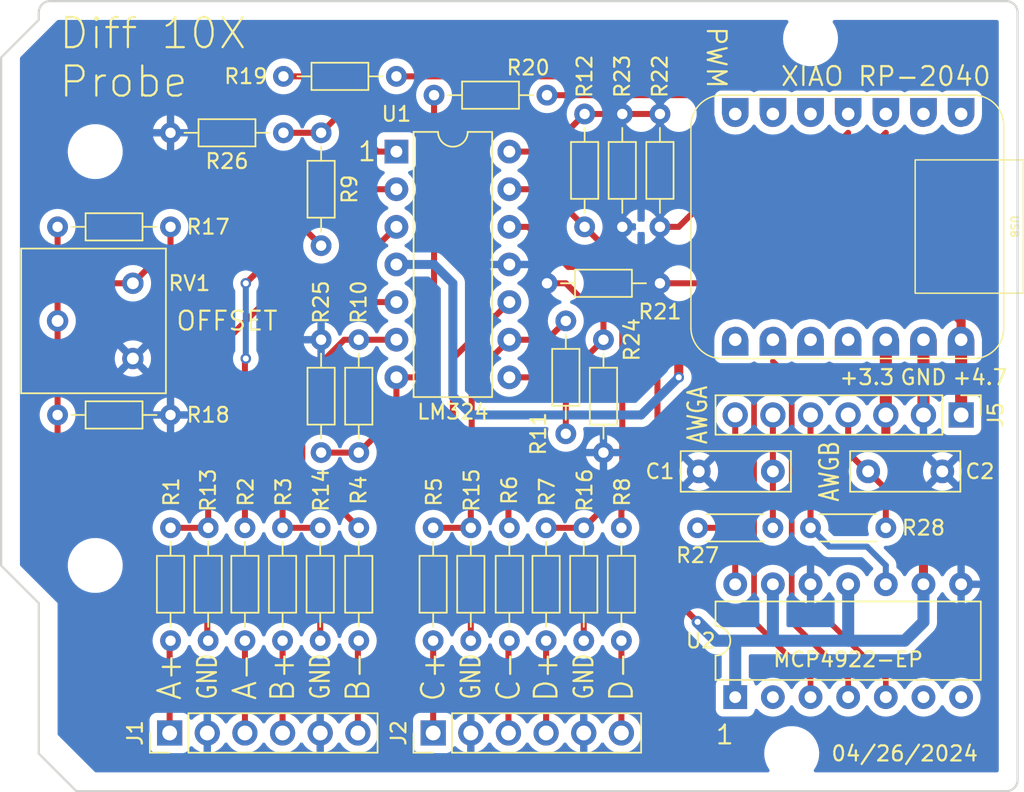
<source format=kicad_pcb>
(kicad_pcb (version 20221018) (generator pcbnew)
  (title_block (date "mar. 31 mars 2015"))
  (layers (0 "F.Cu" signal) (1 "In1.Cu" signal) (2 "In2.Cu" signal) (3 "In3.Cu" signal) (4 "In4.Cu" signal) (31 "B.Cu" signal) (34 "B.Paste" user) (35 "F.Paste" user) (36 "B.SilkS" user "B.Silkscreen") (37 "F.SilkS" user "F.Silkscreen") (38 "B.Mask" user) (39 "F.Mask" user) (44 "Edge.Cuts" user))
  (net 0 "")
  (net 1 "GND")
  (net 2 "Net-(J1-Pin_1)")
  (net 3 "Net-(J1-Pin_3)")
  (net 4 "Net-(J1-Pin_4)")
  (net 5 "Net-(J1-Pin_6)")
  (net 6 "Net-(J2-Pin_1)")
  (net 7 "Net-(J2-Pin_3)")
  (net 8 "Net-(J2-Pin_4)")
  (net 9 "Net-(J2-Pin_6)")
  (net 10 "Net-(U1C-+)")
  (net 11 "Net-(U1C--)")
  (net 12 "Net-(U1D-+)")
  (net 13 "Net-(U1D--)")
  (net 14 "Net-(R19-Pad2)")
  (net 15 "Net-(U1A--)")
  (net 16 "Net-(R10-Pad1)")
  (net 17 "Net-(U1B--)")
  (net 18 "Net-(R11-Pad1)")
  (net 19 "Net-(R12-Pad1)")
  (net 20 "Net-(R13-Pad1)")
  (net 21 "Net-(U1A-+)")
  (net 22 "Net-(U1B-+)")
  (net 26 "3V3")
  (net 27 "A0")
  (net 28 "A1")
  (net 29 "A2")
  (net 30 "MOSI")
  (net 31 "A3")
  (net 32 "RX")
  (net 33 "SCK")
  (net 34 "MISO")
  (net 35 "VBUS")
  (net 36 "Net-(J5-Pin_6)")
  (net 37 "Net-(J5-Pin_4)")
  (net 38 "Net-(J5-Pin_5)")
  (net 39 "Net-(J5-Pin_7)")
  (net 40 "SDA")
  (net 41 "SCL")
  (net 42 "TX")
  (footprint "Resistor_THT:R_Axial_DIN0204_L3.6mm_D1.6mm_P7.62mm_Horizontal" (layer "F.Cu") (at 116.45 82.22 -90)
    (fp_text reference "R2")
    (fp_text value "1Meg")
  )
  (footprint "Resistor_THT:R_Axial_DIN0204_L3.6mm_D1.6mm_P5.08mm_Horizontal" (layer "F.Cu") (at 159.69 82.22 180)
    (fp_text reference "R28")
    (fp_text value "1k")
  )
  (footprint "Resistor_THT:R_Axial_DIN0204_L3.6mm_D1.6mm_P5.08mm_Horizontal" (layer "F.Cu") (at 152.07 82.22 180)
    (fp_text reference "R27")
    (fp_text value "1k")
  )
  (footprint "Resistor_THT:R_Axial_DIN0204_L3.6mm_D1.6mm_P7.62mm_Horizontal" (layer "F.Cu") (at 129.15 82.22 -90)
    (fp_text reference "R5")
    (fp_text value "1Meg")
  )
  (footprint "Package_DIP:DIP-14_W7.62mm" (layer "F.Cu") (at 126.67 56.82)
    (fp_text reference "U1")
    (fp_text value "LM324")
  )
  (footprint "Capacitor_THT:C_Rect_L7.2mm_W2.5mm_P5.00mm_FKS2_FKP2_MKS2_MKP2" (layer "F.Cu") (at 152.07 78.41 180)
    (fp_text reference "C1")
    (fp_text value "C")
  )
  (footprint "Resistor_THT:R_Axial_DIN0204_L3.6mm_D1.6mm_P7.62mm_Horizontal" (layer "F.Cu") (at 121.59 55.55 -90)
    (fp_text reference "R9")
    (fp_text value "100k")
  )
  (footprint "Arduino_MountingHole:MountingHole_3.2mm" (layer "F.Cu") (at 106.35 84.76 180)
    (fp_text reference "MH3" hide)
    (fp_text value "MountingHole_3.2mm" hide)
  )
  (footprint "Resistor_THT:R_Axial_DIN0204_L3.6mm_D1.6mm_P7.62mm_Horizontal" (layer "F.Cu") (at 111.43 61.9 180)
    (fp_text reference "R17")
    (fp_text value "100")
  )
  (footprint "Resistor_THT:R_Axial_DIN0204_L3.6mm_D1.6mm_P7.62mm_Horizontal" (layer "F.Cu") (at 118.99 82.22 -90)
    (fp_text reference "R3")
    (fp_text value "1Meg")
  )
  (footprint "Resistor_THT:R_Axial_DIN0204_L3.6mm_D1.6mm_P7.62mm_Horizontal" (layer "F.Cu") (at 136.77 82.22 -90)
    (fp_text reference "R7")
    (fp_text value "1Meg")
  )
  (footprint "Resistor_THT:R_Axial_DIN0204_L3.6mm_D1.6mm_P7.62mm_Horizontal" (layer "F.Cu") (at 144.45 65.71 180)
    (fp_text reference "R21")
    (fp_text value "220")
  )
  (footprint "Connector_PinHeader_2.54mm:PinHeader_1x06_P2.54mm_Vertical" (layer "F.Cu") (at 111.37 96.07 90)
    (fp_text reference "J1")
    (fp_text value "Conn_01x06_Pin")
  )
  (footprint "Resistor_THT:R_Axial_DIN0204_L3.6mm_D1.6mm_P7.62mm_Horizontal" (layer "F.Cu") (at 103.81 74.6)
    (fp_text reference "R18")
    (fp_text value "100")
  )
  (footprint "Capacitor_THT:C_Rect_L7.2mm_W2.5mm_P5.00mm_FKS2_FKP2_MKS2_MKP2" (layer "F.Cu") (at 158.5 78.41)
    (fp_text reference "C2")
    (fp_text value "C")
  )
  (footprint "Resistor_THT:R_Axial_DIN0204_L3.6mm_D1.6mm_P7.62mm_Horizontal" (layer "F.Cu") (at 113.97 89.84 90)
    (fp_text reference "R13")
    (fp_text value "100k")
  )
  (footprint "Resistor_THT:R_Axial_DIN0204_L3.6mm_D1.6mm_P7.62mm_Horizontal" (layer "F.Cu") (at 131.69 89.84 90)
    (fp_text reference "R15")
    (fp_text value "100k")
  )
  (footprint "Resistor_THT:R_Axial_DIN0204_L3.6mm_D1.6mm_P7.62mm_Horizontal" (layer "F.Cu") (at 124.13 77.14 90)
    (fp_text reference "R10")
    (fp_text value "100k")
  )
  (footprint "Resistor_THT:R_Axial_DIN0204_L3.6mm_D1.6mm_P7.62mm_Horizontal" (layer "F.Cu") (at 138.1 75.87 90)
    (fp_text reference "R11")
    (fp_text value "100k")
  )
  (footprint "Resistor_THT:R_Axial_DIN0204_L3.6mm_D1.6mm_P7.62mm_Horizontal" (layer "F.Cu") (at 136.83 53.01 180)
    (fp_text reference "R20")
    (fp_text value "220")
  )
  (footprint "Resistor_THT:R_Axial_DIN0204_L3.6mm_D1.6mm_P7.62mm_Horizontal" (layer "F.Cu") (at 119.05 55.55 180)
    (fp_text reference "R26")
    (fp_text value "510")
  )
  (footprint "Connector_PinHeader_2.54mm:PinHeader_1x06_P2.54mm_Vertical" (layer "F.Cu") (at 129.15 96.07 90)
    (fp_text reference "J2")
    (fp_text value "Conn_01x06_Pin")
  )
  (footprint "Resistor_THT:R_Axial_DIN0204_L3.6mm_D1.6mm_P7.62mm_Horizontal" (layer "F.Cu") (at 124.13 82.22 -90)
    (fp_text reference "R4")
    (fp_text value "1Meg")
  )
  (footprint "Resistor_THT:R_Axial_DIN0204_L3.6mm_D1.6mm_P7.62mm_Horizontal" (layer "F.Cu") (at 121.53 89.84 90)
    (fp_text reference "R14")
    (fp_text value "100k")
  )
  (footprint "Resistor_THT:R_Axial_DIN0204_L3.6mm_D1.6mm_P7.62mm_Horizontal" (layer "F.Cu") (at 144.45 61.9 90)
    (fp_text reference "R22")
    (fp_text value "220")
  )
  (footprint "Arduino_MountingHole:MountingHole_3.2mm" (layer "F.Cu") (at 154.61 49.2 180)
    (fp_text reference "MH2" hide)
    (fp_text value "MountingHole_3.2mm" hide)
  )
  (footprint "Resistor_THT:R_Axial_DIN0204_L3.6mm_D1.6mm_P7.62mm_Horizontal" (layer "F.Cu") (at 126.67 51.74 180)
    (fp_text reference "R19")
    (fp_text value "220")
  )
  (footprint "Resistor_THT:R_Axial_DIN0204_L3.6mm_D1.6mm_P7.62mm_Horizontal" (layer "F.Cu") (at 139.31 89.84 90)
    (fp_text reference "R16")
    (fp_text value "100k")
  )
  (footprint "Package_DIP:DIP-14_W7.62mm" (layer "F.Cu") (at 149.53 93.65 90)
    (fp_text reference "U2")
    (fp_text value "MCP4922-EP")
  )
  (footprint "Resistor_THT:R_Axial_DIN0204_L3.6mm_D1.6mm_P7.62mm_Horizontal" (layer "F.Cu") (at 141.85 82.22 -90)
    (fp_text reference "R8")
    (fp_text value "1Meg")
  )
  (footprint "Resistor_THT:R_Axial_DIN0204_L3.6mm_D1.6mm_P7.62mm_Horizontal" (layer "F.Cu") (at 140.64 69.52 -90)
    (fp_text reference "R24")
    (fp_text value "510")
  )
  (footprint "Resistor_THT:R_Axial_DIN0204_L3.6mm_D1.6mm_P7.62mm_Horizontal" (layer "F.Cu") (at 134.29 82.22 -90)
    (fp_text reference "R6")
    (fp_text value "1Meg")
  )
  (footprint "Connector_PinHeader_2.54mm:PinHeader_1x07_P2.54mm_Vertical" (layer "F.Cu") (at 164.77 74.6 -90)
    (fp_text reference "J5")
    (fp_text value "Conn_01x07_Pin")
  )
  (footprint "XIAO RP2040 v1.22:H7-HALF-HOLE-2.54" (layer "F.Cu") (at 157.15 69.52 90)
    (fp_text reference "J4" hide)
    (fp_text value "DNP" hide)
  )
  (footprint "Resistor_THT:R_Axial_DIN0204_L3.6mm_D1.6mm_P7.62mm_Horizontal" (layer "F.Cu") (at 111.43 82.22 -90)
    (fp_text reference "R1")
    (fp_text value "1Meg")
  )
  (footprint "Arduino_MountingHole:MountingHole_3.2mm" (layer "F.Cu") (at 106.35 56.82 180)
    (fp_text reference "MH4" hide)
    (fp_text value "MountingHole_3.2mm" hide)
  )
  (footprint "Resistor_THT:R_Axial_DIN0204_L3.6mm_D1.6mm_P7.62mm_Horizontal" (layer "F.Cu") (at 139.37 54.28 -90)
    (fp_text reference "R12")
    (fp_text value "100k")
  )
  (footprint "Potentiometer_THT:Potentiometer_Bourns_3386F_Vertical" (layer "F.Cu") (at 108.89 65.71 180)
    (fp_text reference "RV1")
    (fp_text value "500")
  )
  (footprint "Resistor_THT:R_Axial_DIN0204_L3.6mm_D1.6mm_P7.62mm_Horizontal" (layer "F.Cu") (at 141.91 54.28 -90)
    (fp_text reference "R23")
    (fp_text value "510")
  )
  (footprint "Arduino_MountingHole:MountingHole_3.2mm" (layer "F.Cu") (at 153.34 97.46 180)
    (fp_text reference "MH1" hide)
    (fp_text value "MountingHole_3.2mm" hide)
  )
  (footprint "XIAO RP2040 v1.22:H7-HALF-HOLE-2.54" (layer "F.Cu") (at 157.15 54.28 -90)
    (fp_text reference "J2" hide)
    (fp_text value "DNP" hide)
  )
  (footprint "Resistor_THT:R_Axial_DIN0204_L3.6mm_D1.6mm_P7.62mm_Horizontal" (layer "F.Cu") (at 121.59 77.14 90)
    (fp_text reference "R25")
    (fp_text value "510")
  )
  (gr_arc (start 167.642 68.758) (mid 167.046841 70.19484) (end 165.61 70.79) (stroke (width 0.1016)) (layer "F.SilkS"))
  (gr_arc (start 146.5404 55.042) (mid 147.186359 53.584117) (end 148.674 53.01) (stroke (width 0.1016)) (layer "F.SilkS"))
  (gr_line (start 165.61 53.01) (end 148.674 53.01) (stroke (width 0.1016)) (layer "F.SilkS"))
  (gr_arc (start 165.61 53.01) (mid 167.04684 53.605159) (end 167.642 55.042) (stroke (width 0.1016)) (layer "F.SilkS"))
  (gr_line (start 148.674 70.79) (end 165.61 70.79) (stroke (width 0.1016)) (layer "F.SilkS"))
  (gr_rect (start 161.67 57.38) (end 168.97 66.38) (stroke (width 0.1)) (fill none) (layer "F.SilkS"))
  (gr_line (start 146.5404 55.042) (end 146.5404 68.758) (stroke (width 0.1016)) (layer "F.SilkS"))
  (gr_line (start 167.642 68.758) (end 167.642 55.042) (stroke (width 0.1016)) (layer "F.SilkS"))
  (gr_arc (start 148.674 70.79) (mid 147.186359 70.215883) (end 146.5404 68.758) (stroke (width 0.1016)) (layer "F.SilkS"))
  (gr_line (start 167.818 100) (end 105.08 100) (stroke (width 0.15)) (layer "Edge.Cuts"))
  (gr_arc (start 168.58 99.238) (mid 168.356815 99.776815) (end 167.818 100) (stroke (width 0.15)) (layer "Edge.Cuts"))
  (gr_line (start 102.54 47.93) (end 102.54 47.422) (stroke (width 0.15)) (layer "Edge.Cuts"))
  (gr_line (start 102.54 87.3) (end 100 84.76) (stroke (width 0.15)) (layer "Edge.Cuts"))
  (gr_line (start 102.54 97.46) (end 102.54 87.3) (stroke (width 0.15)) (layer "Edge.Cuts"))
  (gr_arc (start 102.54 47.422) (mid 102.763185 46.883185) (end 103.302 46.66) (stroke (width 0.15)) (layer "Edge.Cuts"))
  (gr_arc (start 167.818 46.66) (mid 168.356815 46.883185) (end 168.58 47.422) (stroke (width 0.15)) (layer "Edge.Cuts"))
  (gr_line (start 103.302 46.66) (end 167.818 46.66) (stroke (width 0.15)) (layer "Edge.Cuts"))
  (gr_line (start 100 50.47) (end 102.54 47.93) (stroke (width 0.15)) (layer "Edge.Cuts"))
  (gr_line (start 100 84.76) (end 100 50.47) (stroke (width 0.15)) (layer "Edge.Cuts"))
  (gr_line (start 168.58 47.422) (end 168.58 99.238) (stroke (width 0.15)) (layer "Edge.Cuts"))
  (gr_line (start 105.08 100) (end 102.54 97.46) (stroke (width 0.15)) (layer "Edge.Cuts"))
  (gr_text "C-" (at 134.23 92.26 90) (layer "F.SilkS") (effects (font (size 1.524 1.524) (thickness 0.1524))))
  (gr_text "Diff 10X \nProbe" (at 103.81 50.47) (layer "F.SilkS") (effects (font (size 2.032 2.032) (thickness 0.1524)) (justify left)))
  (gr_text "D+" (at 136.77 92.26 90) (layer "F.SilkS") (effects (font (size 1.524 1.524) (thickness 0.1524))))
  (gr_text "GND" (at 113.91 92.26 90) (layer "F.SilkS") (effects (font (size 1.27 1.016) (thickness 0.1524))))
  (gr_text "A-" (at 116.45 92.26 90) (layer "F.SilkS") (effects (font (size 1.524 1.524) (thickness 0.1524))))
  (gr_text "B+" (at 118.99 92.26 90) (layer "F.SilkS") (effects (font (size 1.524 1.524) (thickness 0.1524))))
  (gr_text "A+" (at 111.37 92.26 90) (layer "F.SilkS") (effects (font (size 1.524 1.524) (thickness 0.1524))))
  (gr_text "XIAO RP-2040" (at 159.69 51.74) (layer "F.SilkS") (effects (font (size 1.27 1.27) (thickness 0.1524))))
  (gr_text "B-" (at 124.07 92.26 90) (layer "F.SilkS") (effects (font (size 1.524 1.524) (thickness 0.1524))))
  (gr_text "C+" (at 129.15 92.26 90) (layer "F.SilkS") (effects (font (size 1.524 1.524) (thickness 0.1524))))
  (gr_text "D-" (at 141.85 92.26 90) (layer "F.SilkS") (effects (font (size 1.524 1.524) (thickness 0.1524))))
  (gr_text "1" (at 149.53 96.19) (layer "F.SilkS") (effects (font (size 1.27 1.27) (thickness 0.1524)) (justify right)))
  (gr_text "AWGB" (at 155.88 78.41 90) (layer "F.SilkS") (effects (font (size 1.27 1.016) (thickness 0.1524))))
  (gr_text "1" (at 125.4 56.82) (layer "F.SilkS") (effects (font (size 1.27 1.27) (thickness 0.1524)) (justify right)))
  (gr_text "+4.7" (at 166.04 72.06) (layer "F.SilkS") (effects (font (size 1.016 1.016) (thickness 0.1524))))
  (gr_text "GND" (at 162.23 72.06) (layer "F.SilkS") (effects (font (size 1.016 1.016) (thickness 0.1524))))
  (gr_text "04/26/2024" (at 160.96 97.46) (layer "F.SilkS") (effects (font (size 1.016 1.016) (thickness 0.1524))))
  (gr_text "PWM" (at 148.26 50.47 -90) (layer "F.SilkS") (effects (font (size 1.27 1.27) (thickness 0.1524))))
  (gr_text "GND" (at 131.69 92.26 90) (layer "F.SilkS") (effects (font (size 1.27 1.016) (thickness 0.1524))))
  (gr_text "+3.3" (at 158.42 72.06) (layer "F.SilkS") (effects (font (size 1.016 1.016) (thickness 0.1524))))
  (gr_text "OFFSET" (at 115.24 68.25) (layer "F.SilkS") (effects (font (size 1.27 1.27) (thickness 0.1524))))
  (gr_text "AWGA" (at 146.99 74.6 90) (layer "F.SilkS") (effects (font (size 1.27 1.016) (thickness 0.1524))))
  (gr_text "USB" (at 168.37 61.88 270) (layer "F.SilkS") (effects (font (size 0.5 0.5) (thickness 0.1))))
  (gr_text "GND" (at 121.53 92.26 90) (layer "F.SilkS") (effects (font (size 1.27 1.016) (thickness 0.1524))))
  (gr_text "GND" (at 139.31 92.26 90) (layer "F.SilkS") (effects (font (size 1.27 1.016) (thickness 0.1524))))
  (segment (start 162.23 70.44456) (end 162.23 74.6) (width 0.8128) (layer "F.Cu") (net 1))
  (segment (start 111.37 89.9) (end 111.37 96.07) (width 0.4064) (layer "F.Cu") (net 2))
  (segment (start 111.43 89.84) (end 111.37 89.9) (width 0.4064) (layer "F.Cu") (net 2))
  (segment (start 116.45 89.84) (end 116.45 96.07) (width 0.4064) (layer "F.Cu") (net 3))
  (segment (start 118.99 89.84) (end 118.99 96.07) (width 0.4064) (layer "F.Cu") (net 4))
  (segment (start 124.13 89.84) (end 124.07 89.9) (width 0.4064) (layer "F.Cu") (net 5))
  (segment (start 124.07 89.9) (end 124.07 96.07) (width 0.4064) (layer "F.Cu") (net 5))
  (segment (start 129.15 89.84) (end 129.15 96.07) (width 0.4064) (layer "F.Cu") (net 6))
  (segment (start 134.23 89.9) (end 134.23 96.07) (width 0.4064) (layer "F.Cu") (net 7))
  (segment (start 134.29 89.84) (end 134.23 89.9) (width 0.4064) (layer "F.Cu") (net 7))
  (segment (start 136.77 89.84) (end 136.77 96.07) (width 0.4064) (layer "F.Cu") (net 8))
  (segment (start 141.85 89.84) (end 141.85 96.07) (width 0.4064) (layer "F.Cu") (net 9))
  (segment (start 130.48 70.79) (end 134.29 66.98) (width 0.4064) (layer "F.Cu") (net 10))
  (segment (start 130.48 77.14) (end 130.48 70.79) (width 0.4064) (layer "F.Cu") (net 10))
  (segment (start 131.69 78.35) (end 130.48 77.14) (width 0.4064) (layer "F.Cu") (net 10))
  (segment (start 129.15 82.22) (end 131.69 82.22) (width 0.4064) (layer "F.Cu") (net 10))
  (segment (start 131.69 82.22) (end 131.69 78.35) (width 0.4064) (layer "F.Cu") (net 10))
  (segment (start 134.29 69.52) (end 131.75 72.06) (width 0.4064) (layer "F.Cu") (net 11))
  (segment (start 136.83 69.52) (end 134.29 69.52) (width 0.4064) (layer "F.Cu") (net 11))
  (segment (start 138.1 68.25) (end 136.83 69.52) (width 0.4064) (layer "F.Cu") (net 11))
  (segment (start 134.23 78.35) (end 134.23 82.16) (width 0.4064) (layer "F.Cu") (net 11))
  (segment (start 134.23 82.16) (end 134.29 82.22) (width 0.4064) (layer "F.Cu") (net 11))
  (segment (start 131.75 72.06) (end 131.75 75.87) (width 0.4064) (layer "F.Cu") (net 11))
  (segment (start 131.75 75.87) (end 134.23 78.35) (width 0.4064) (layer "F.Cu") (net 11))
  (segment (start 141.91 79.68) (end 141.91 66.122421) (width 0.4064) (layer "F.Cu") (net 12))
  (segment (start 141.85 79.68) (end 141.91 79.68) (width 0.4064) (layer "F.Cu") (net 12))
  (segment (start 136.77 82.22) (end 139.31 82.22) (width 0.4064) (layer "F.Cu") (net 12))
  (segment (start 135.56 61.9) (end 134.29 61.9) (width 0.4064) (layer "F.Cu") (net 12))
  (segment (start 139.31 82.22) (end 141.85 79.68) (width 0.4064) (layer "F.Cu") (net 12))
  (segment (start 138.2668 64.6068) (end 135.56 61.9) (width 0.4064) (layer "F.Cu") (net 12))
  (segment (start 140.394379 64.6068) (end 138.2668 64.6068) (width 0.4064) (layer "F.Cu") (net 12))
  (segment (start 141.91 66.122421) (end 140.394379 64.6068) (width 0.4064) (layer "F.Cu") (net 12))
  (segment (start 143.3468 68.25) (end 143.3468 65.8768) (width 0.4064) (layer "F.Cu") (net 13))
  (segment (start 136.83 59.36) (end 134.29 59.36) (width 0.4064) (layer "F.Cu") (net 13))
  (segment (start 144.2832 69.1864) (end 143.3468 68.25) (width 0.4064) (layer "F.Cu") (net 13))
  (segment (start 141.85 81.01) (end 144.2832 78.5768) (width 0.4064) (layer "F.Cu") (net 13))
  (segment (start 141.85 82.22) (end 141.85 81.01) (width 0.4064) (layer "F.Cu") (net 13))
  (segment (start 143.3468 65.8768) (end 136.83 59.36) (width 0.4064) (layer "F.Cu") (net 13))
  (segment (start 144.2832 78.5768) (end 144.2832 69.1864) (width 0.4064) (layer "F.Cu") (net 13))
  (segment (start 125.4 56.82) (end 122.86 54.28) (width 0.4064) (layer "F.Cu") (net 14))
  (segment (start 119.05 55.55) (end 121.59 55.55) (width 0.4064) (layer "F.Cu") (net 14))
  (segment (start 122.86 54.28) (end 120.32 51.74) (width 0.4064) (layer "F.Cu") (net 14))
  (segment (start 120.32 51.74) (end 119.05 51.74) (width 0.4064) (layer "F.Cu") (net 14))
  (segment (start 121.59 55.55) (end 122.86 54.28) (width 0.4064) (layer "F.Cu") (net 14))
  (segment (start 126.67 56.82) (end 125.4 56.82) (width 0.4064) (layer "F.Cu") (net 14))
  (segment (start 120.32 61.9) (end 116.51 65.71) (width 0.4064) (layer "F.Cu") (net 15))
  (segment (start 126.67 59.36) (end 122.86 59.36) (width 0.4064) (layer "F.Cu") (net 15))
  (segment (start 116.45 82.22) (end 116.45 70.85) (width 0.4064) (layer "F.Cu") (net 15))
  (segment (start 116.45 70.85) (end 116.51 70.79) (width 0.4064) (layer "F.Cu") (net 15))
  (segment (start 122.86 59.36) (end 120.32 61.9) (width 0.4064) (layer "F.Cu") (net 15))
  (segment (start 121.59 63.17) (end 120.32 61.9) (width 0.4064) (layer "F.Cu") (net 15))
  (via (at 116.51 70.79) (size 0.7112) (drill 0.4064) (layers "F.Cu" "B.Cu") (net 15))
  (via (at 116.51 65.71) (size 0.7112) (drill 0.4064) (layers "F.Cu" "B.Cu") (net 15))
  (segment (start 116.51 70.79) (end 116.51 65.71) (width 0.4064) (layer "B.Cu") (net 15))
  (segment (start 129.21 53.01) (end 129.21 70.79) (width 0.4064) (layer "F.Cu") (net 16))
  (segment (start 129.21 70.79) (end 127.94 72.06) (width 0.4064) (layer "F.Cu") (net 16))
  (segment (start 126.67 74.6) (end 126.67 72.06) (width 0.4064) (layer "F.Cu") (net 16))
  (segment (start 121.59 77.14) (end 124.13 77.14) (width 0.4064) (layer "F.Cu") (net 16))
  (segment (start 127.94 72.06) (end 126.67 72.06) (width 0.4064) (layer "F.Cu") (net 16))
  (segment (start 124.13 77.14) (end 126.67 74.6) (width 0.4064) (layer "F.Cu") (net 16))
  (segment (start 120.32 72.350161) (end 120.32 78.41) (width 0.4064) (layer "F.Cu") (net 17))
  (segment (start 120.32 78.41) (end 124.13 82.22) (width 0.4064) (layer "F.Cu") (net 17))
  (segment (start 123.150161 69.52) (end 120.32 72.350161) (width 0.4064) (layer "F.Cu") (net 17))
  (segment (start 126.67 69.52) (end 123.150161 69.52) (width 0.4064) (layer "F.Cu") (net 17))
  (segment (start 140.64 68.25) (end 140.64 69.52) (width 0.4064) (layer "F.Cu") (net 18))
  (segment (start 134.29 72.06) (end 138.1 72.06) (width 0.4064) (layer "F.Cu") (net 18))
  (segment (start 138.1 65.71) (end 140.64 68.25) (width 0.4064) (layer "F.Cu") (net 18))
  (segment (start 136.83 65.71) (end 138.1 65.71) (width 0.4064) (layer "F.Cu") (net 18))
  (segment (start 138.1 72.06) (end 138.1 75.87) (width 0.4064) (layer "F.Cu") (net 18))
  (segment (start 140.64 69.52) (end 138.1 72.06) (width 0.4064) (layer "F.Cu") (net 18))
  (segment (start 134.29 56.82) (end 136.83 56.82) (width 0.4064) (layer "F.Cu") (net 19))
  (segment (start 139.37 54.28) (end 144.45 54.28) (width 0.4064) (layer "F.Cu") (net 19))
  (segment (start 136.83 56.82) (end 139.37 54.28) (width 0.4064) (layer "F.Cu") (net 19))
  (segment (start 110.16 87.3) (end 113.91 87.3) (width 0.4064) (layer "F.Cu") (net 20))
  (segment (start 113.91 87.3) (end 121.53 87.3) (width 0.4064) (layer "F.Cu") (net 20))
  (segment (start 131.69 87.3) (end 121.53 87.3) (width 0.4064) (layer "F.Cu") (net 20))
  (segment (start 121.53 87.3) (end 121.53 89.84) (width 0.4064) (layer "F.Cu") (net 20))
  (segment (start 131.69 87.36) (end 131.69 89.84) (width 0.4064) (layer "F.Cu") (net 20))
  (segment (start 103.81 86.03) (end 106.35 88.57) (width 0.4064) (layer "F.Cu") (net 20))
  (segment (start 108.89 88.57) (end 110.16 87.3) (width 0.4064) (layer "F.Cu") (net 20))
  (segment (start 103.81 61.9) (end 103.81 68.25) (width 0.4064) (layer "F.Cu") (net 20))
  (segment (start 139.37 87.3) (end 131.75 87.3) (width 0.4064) (layer "F.Cu") (net 20))
  (segment (start 103.81 68.25) (end 103.81 86.03) (width 0.4064) (layer "F.Cu") (net 20))
  (segment (start 139.31 87.36) (end 139.37 87.3) (width 0.4064) (layer "F.Cu") (net 20))
  (segment (start 131.75 87.3) (end 131.69 87.36) (width 0.4064) (layer "F.Cu") (net 20))
  (segment (start 106.35 88.57) (end 108.89 88.57) (width 0.4064) (layer "F.Cu") (net 20))
  (segment (start 113.97 89.84) (end 113.91 89.78) (width 0.4064) (layer "F.Cu") (net 20))
  (segment (start 139.31 89.84) (end 139.31 87.36) (width 0.4064) (layer "F.Cu") (net 20))
  (segment (start 113.91 89.78) (end 113.91 87.3) (width 0.4064) (layer "F.Cu") (net 20))
  (segment (start 111.43 82.22) (end 113.97 82.22) (width 0.4064) (layer "F.Cu") (net 21))
  (segment (start 119.05 65.71) (end 122.86 65.71) (width 0.4064) (layer "F.Cu") (net 21))
  (segment (start 113.97 82.22) (end 113.97 70.79) (width 0.4064) (layer "F.Cu") (net 21))
  (segment (start 113.97 70.79) (end 119.05 65.71) (width 0.4064) (layer "F.Cu") (net 21))
  (segment (start 122.86 65.71) (end 126.67 61.9) (width 0.4064) (layer "F.Cu") (net 21))
  (segment (start 121.53 82.22) (end 118.99 82.22) (width 0.4064) (layer "F.Cu") (net 22))
  (segment (start 121.880161 66.98) (end 118.99 69.870161) (width 0.4064) (layer "F.Cu") (net 22))
  (segment (start 126.67 66.98) (end 121.880161 66.98) (width 0.4064) (layer "F.Cu") (net 22))
  (segment (start 118.99 69.870161) (end 118.99 82.22) (width 0.4064) (layer "F.Cu") (net 22))
  (segment (start 143.18 84.76) (end 110.16 84.76) (width 0.4064) (layer "F.Cu") (net 26))
  (segment (start 110.16 84.76) (end 107.62 82.22) (width 0.4064) (layer "F.Cu") (net 26))
  (segment (start 107.62 82.22) (end 107.62 73.33) (width 0.4064) (layer "F.Cu") (net 26))
  (segment (start 159.69 74.6) (end 159.69 77.14) (width 0.6096) (layer "F.Cu") (net 26))
  (segment (start 159.69 74.6) (end 159.69 70.44456) (width 0.8128) (layer "F.Cu") (net 26))
  (segment (start 106.35 66.98) (end 107.62 65.71) (width 0.4064) (layer "F.Cu") (net 26))
  (segment (start 159.69 77.14) (end 162.23 79.68) (width 0.6096) (layer "F.Cu") (net 26))
  (segment (start 162.23 79.68) (end 162.23 86.03) (width 0.6096) (layer "F.Cu") (net 26))
  (segment (start 111.43 61.9) (end 111.43 63.17) (width 0.4064) (layer "F.Cu") (net 26))
  (segment (start 111.43 63.17) (end 108.89 65.71) (width 0.4064) (layer "F.Cu") (net 26))
  (segment (start 107.62 65.71) (end 108.89 65.71) (width 0.4064) (layer "F.Cu") (net 26))
  (segment (start 146.99 88.57) (end 143.18 84.76) (width 0.4064) (layer "F.Cu") (net 26))
  (segment (start 106.35 72.06) (end 106.35 66.98) (width 0.4064) (layer "F.Cu") (net 26))
  (segment (start 107.62 73.33) (end 106.35 72.06) (width 0.4064) (layer "F.Cu") (net 26))
  (via (at 146.99 88.57) (size 0.7112) (drill 0.4064) (layers "F.Cu" "B.Cu") (net 26))
  (segment (start 157.15 89.84) (end 157.15 86.03) (width 0.8128) (layer "B.Cu") (net 26))
  (segment (start 157.15 89.84) (end 160.96 89.84) (width 0.8128) (layer "B.Cu") (net 26))
  (segment (start 160.96 89.84) (end 162.23 88.57) (width 0.8128) (layer "B.Cu") (net 26))
  (segment (start 146.99 88.57) (end 148.26 89.84) (width 0.8128) (layer "B.Cu") (net 26))
  (segment (start 149.53 93.65) (end 149.53 89.84) (width 0.8128) (layer "B.Cu") (net 26))
  (segment (start 162.23 88.57) (end 162.23 86.03) (width 0.8128) (layer "B.Cu") (net 26))
  (segment (start 152.07 89.84) (end 149.53 89.84) (width 0.8128) (layer "B.Cu") (net 26))
  (segment (start 152.07 86.03) (end 152.07 89.84) (width 0.8128) (layer "B.Cu") (net 26))
  (segment (start 152.07 89.84) (end 157.15 89.84) (width 0.8128) (layer "B.Cu") (net 26))
  (segment (start 148.26 89.84) (end 149.53 89.84) (width 0.8128) (layer "B.Cu") (net 26))
  (segment (start 126.67 51.74) (end 146.99 51.74) (width 0.4064) (layer "F.Cu") (net 27))
  (segment (start 136.83 53.01) (end 146.99 53.01) (width 0.4064) (layer "F.Cu") (net 28))
  (segment (start 149.53 65.71) (end 159.69 55.55) (width 0.4064) (layer "F.Cu") (net 29))
  (segment (start 144.45 65.71) (end 149.53 65.71) (width 0.4064) (layer "F.Cu") (net 29))
  (segment (start 159.69 92.38) (end 159.69 93.65) (width 0.381) (layer "F.Cu") (net 30))
  (segment (start 155.88 88.57) (end 159.69 92.38) (width 0.381) (layer "F.Cu") (net 30))
  (segment (start 153.34 59.36) (end 157.15 55.55) (width 0.4064) (layer "F.Cu") (net 31))
  (segment (start 145.72 61.9) (end 148.26 59.36) (width 0.4064) (layer "F.Cu") (net 31))
  (segment (start 144.45 61.9) (end 145.72 61.9) (width 0.4064) (layer "F.Cu") (net 31))
  (segment (start 148.26 59.36) (end 153.34 59.36) (width 0.4064) (layer "F.Cu") (net 31))
  (segment (start 150.8 88.57) (end 154.61 92.38) (width 0.381) (layer "F.Cu") (net 32))
  (segment (start 154.61 92.38) (end 154.61 93.65) (width 0.381) (layer "F.Cu") (net 32))
  (segment (start 150.8 88.57) (end 150.8 72.06) (width 0.381) (layer "F.Cu") (net 32))
  (segment (start 153.34 88.57) (end 153.34 72.252734) (width 0.381) (layer "F.Cu") (net 33))
  (segment (start 157.15 92.38) (end 153.34 88.57) (width 0.381) (layer "F.Cu") (net 33))
  (segment (start 157.15 93.65) (end 157.15 92.38) (width 0.381) (layer "F.Cu") (net 33))
  (segment (start 153.34 72.252734) (end 152.07 70.982734) (width 0.381) (layer "F.Cu") (net 33))
  (segment (start 164.77 74.6) (end 164.77 70.44456) (width 0.8128) (layer "F.Cu") (net 35))
  (segment (start 145.72 72.06) (end 145.72 70.79) (width 0.6096) (layer "F.Cu") (net 35))
  (segment (start 163.5 66.98) (end 164.77 68.25) (width 0.6096) (layer "F.Cu") (net 35))
  (segment (start 164.77 68.25) (end 164.77 70.44456) (width 0.6096) (layer "F.Cu") (net 35))
  (segment (start 145.72 70.79) (end 149.53 66.98) (width 0.6096) (layer "F.Cu") (net 35))
  (segment (start 149.53 66.98) (end 163.5 66.98) (width 0.6096) (layer "F.Cu") (net 35))
  (via (at 145.72 72.06) (size 0.7112) (drill 0.4064) (layers "F.Cu" "B.Cu") (net 35))
  (segment (start 130.48 73.33) (end 131.75 74.6) (width 0.6096) (layer "B.Cu") (net 35))
  (segment (start 143.18 74.6) (end 145.72 72.06) (width 0.6096) (layer "B.Cu") (net 35))
  (segment (start 129.21 64.44) (end 130.48 65.71) (width 0.6096) (layer "B.Cu") (net 35))
  (segment (start 131.75 74.6) (end 143.18 74.6) (width 0.6096) (layer "B.Cu") (net 35))
  (segment (start 130.48 65.71) (end 130.48 73.33) (width 0.6096) (layer "B.Cu") (net 35))
  (segment (start 126.67 64.44) (end 129.21 64.44) (width 0.6096) (layer "B.Cu") (net 35))
  (segment (start 152.07 74.6) (end 152.07 78.41) (width 0.4064) (layer "F.Cu") (net 36))
  (segment (start 152.07 82.22) (end 152.07 78.41) (width 0.4064) (layer "F.Cu") (net 36))
  (segment (start 158.42 78.41) (end 158.5 78.41) (width 0.4064) (layer "F.Cu") (net 37))
  (segment (start 158.5 78.41) (end 159.69 79.6) (width 0.4064) (layer "F.Cu") (net 37))
  (segment (start 157.15 77.14) (end 158.42 78.41) (width 0.4064) (layer "F.Cu") (net 37))
  (segment (start 157.15 74.6) (end 157.15 77.14) (width 0.4064) (layer "F.Cu") (net 37))
  (segment (start 159.69 79.6) (end 159.69 82.22) (width 0.4064) (layer "F.Cu") (net 37))
  (segment (start 154.61 74.6) (end 154.61 82.22) (width 0.4064) (layer "F.Cu") (net 38))
  (segment (start 155.88 83.49) (end 158.42 83.49) (width 0.4064) (layer "B.Cu") (net 38))
  (segment (start 154.61 82.22) (end 155.88 83.49) (width 0.4064) (layer "B.Cu") (net 38))
  (segment (start 158.42 83.49) (end 159.69 84.76) (width 0.4064) (layer "B.Cu") (net 38))
  (segment (start 159.69 84.76) (end 159.69 86.03) (width 0.4064) (layer "B.Cu") (net 38))
  (segment (start 149.53 74.6) (end 149.53 82.22) (width 0.4064) (layer "F.Cu") (net 39))
  (segment (start 149.53 82.22) (end 149.53 86.03) (width 0.4064) (layer "F.Cu") (net 39))
  (segment (start 146.99 82.22) (end 149.53 82.22) (width 0.4064) (layer "F.Cu") (net 39))
  (zone (net 1) (net_name "GND") (layer "B.Cu") (connect_pads (clearance 0.508)) (min_thickness 0.25) (fill yes (thermal_gap 0.5) (thermal_bridge_width 0.5))
    (polygon (pts (xy 106.35 98.73) (xy 103.81 96.19) (xy 103.81 87.3) (xy 101.27 84.76) (xy 101.27 50.47) (xy 103.81 47.93) (xy 167.31 47.93) (xy 167.31 98.73)))
  )
)
</source>
